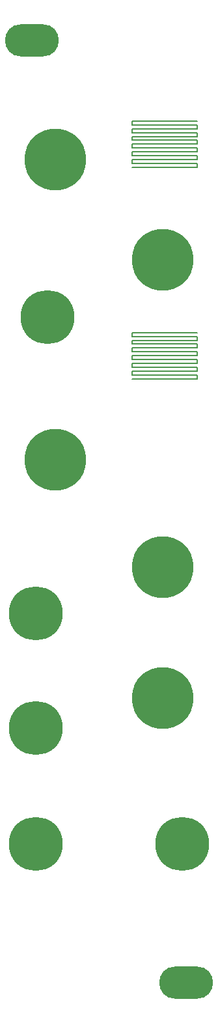
<source format=gbr>
%TF.GenerationSoftware,KiCad,Pcbnew,5.1.9+dfsg1-1~bpo10+1*%
%TF.CreationDate,2022-03-11T22:20:48+08:00*%
%TF.ProjectId,MiniVCF v1.1 - Front,4d696e69-5643-4462-9076-312e31202d20,rev?*%
%TF.SameCoordinates,Original*%
%TF.FileFunction,Soldermask,Top*%
%TF.FilePolarity,Negative*%
%FSLAX46Y46*%
G04 Gerber Fmt 4.6, Leading zero omitted, Abs format (unit mm)*
G04 Created by KiCad (PCBNEW 5.1.9+dfsg1-1~bpo10+1) date 2022-03-11 22:20:48*
%MOMM*%
%LPD*%
G01*
G04 APERTURE LIST*
%ADD10C,0.150000*%
%ADD11O,7.000000X4.200000*%
%ADD12C,7.000000*%
%ADD13C,8.000000*%
G04 APERTURE END LIST*
D10*
X66500000Y-86500000D02*
X58000000Y-86500000D01*
X66500000Y-85500000D02*
X58000000Y-85500000D01*
X58000000Y-84500000D02*
X58000000Y-84000000D01*
X66500000Y-86000000D02*
X66500000Y-85500000D01*
X58000000Y-85500000D02*
X58000000Y-85000000D01*
X58000000Y-85000000D02*
X66500000Y-85000000D01*
X66500000Y-84000000D02*
X66500000Y-83500000D01*
X66500000Y-84500000D02*
X58000000Y-84500000D01*
X66500000Y-82000000D02*
X66500000Y-81500000D01*
X58000000Y-86000000D02*
X66500000Y-86000000D01*
X66500000Y-87000000D02*
X66500000Y-86500000D01*
X58000000Y-81500000D02*
X58000000Y-81000000D01*
X58000000Y-82000000D02*
X66500000Y-82000000D01*
X58000000Y-84000000D02*
X66500000Y-84000000D01*
X58000000Y-83000000D02*
X66500000Y-83000000D01*
X58000000Y-83500000D02*
X58000000Y-83000000D01*
X58000000Y-81000000D02*
X66500000Y-81000000D01*
X58000000Y-82500000D02*
X58000000Y-82000000D01*
X66500000Y-82500000D02*
X58000000Y-82500000D01*
X66500000Y-83000000D02*
X66500000Y-82500000D01*
X66500000Y-85000000D02*
X66500000Y-84500000D01*
X66500000Y-81500000D02*
X58000000Y-81500000D01*
X66500000Y-83500000D02*
X58000000Y-83500000D01*
X58000000Y-87000000D02*
X66500000Y-87000000D01*
X58000000Y-86500000D02*
X58000000Y-86000000D01*
X58000000Y-53500000D02*
X66500000Y-53500000D01*
X58000000Y-54000000D02*
X58000000Y-53500000D01*
X66500000Y-54000000D02*
X58000000Y-54000000D01*
X66500000Y-54500000D02*
X66500000Y-54000000D01*
X58000000Y-54500000D02*
X66500000Y-54500000D01*
X58000000Y-55000000D02*
X58000000Y-54500000D01*
X66500000Y-55000000D02*
X58000000Y-55000000D01*
X66500000Y-55500000D02*
X66500000Y-55000000D01*
X58000000Y-55500000D02*
X66500000Y-55500000D01*
X58000000Y-56000000D02*
X58000000Y-55500000D01*
X66500000Y-56000000D02*
X58000000Y-56000000D01*
X66500000Y-56500000D02*
X66500000Y-56000000D01*
X58000000Y-56500000D02*
X66500000Y-56500000D01*
X58000000Y-57000000D02*
X58000000Y-56500000D01*
X66500000Y-57000000D02*
X58000000Y-57000000D01*
X66500000Y-57500000D02*
X66500000Y-57000000D01*
X58000000Y-57500000D02*
X66500000Y-57500000D01*
X58000000Y-58000000D02*
X58000000Y-57500000D01*
X66500000Y-58000000D02*
X58000000Y-58000000D01*
X66500000Y-58500000D02*
X66500000Y-58000000D01*
X58000000Y-58500000D02*
X66500000Y-58500000D01*
X58000000Y-59000000D02*
X58000000Y-58500000D01*
X66500000Y-59000000D02*
X58000000Y-59000000D01*
X66500000Y-59500000D02*
X66500000Y-59000000D01*
X58000000Y-59500000D02*
X66500000Y-59500000D01*
D11*
%TO.C,REF\u002A\u002A*%
X65000000Y-165500000D03*
X45000000Y-43000000D03*
%TD*%
D12*
%TO.C,REF\u002A\u002A*%
X47000000Y-79000000D03*
%TD*%
D13*
%TO.C,REF\u002A\u002A*%
X48000000Y-97500000D03*
%TD*%
%TO.C,REF\u002A\u002A*%
X62000000Y-71500000D03*
%TD*%
%TO.C,REF\u002A\u002A*%
X48000000Y-58500000D03*
%TD*%
%TO.C,REF\u002A\u002A*%
X62000000Y-111500000D03*
%TD*%
%TO.C,REF\u002A\u002A*%
X62000000Y-128500000D03*
%TD*%
D12*
%TO.C,REF\u002A\u002A*%
X45500000Y-117500000D03*
%TD*%
%TO.C,REF\u002A\u002A*%
X45500000Y-132400000D03*
%TD*%
%TO.C,REF\u002A\u002A*%
X45500000Y-147500000D03*
%TD*%
%TO.C,REF\u002A\u002A*%
X64500000Y-147500000D03*
%TD*%
M02*

</source>
